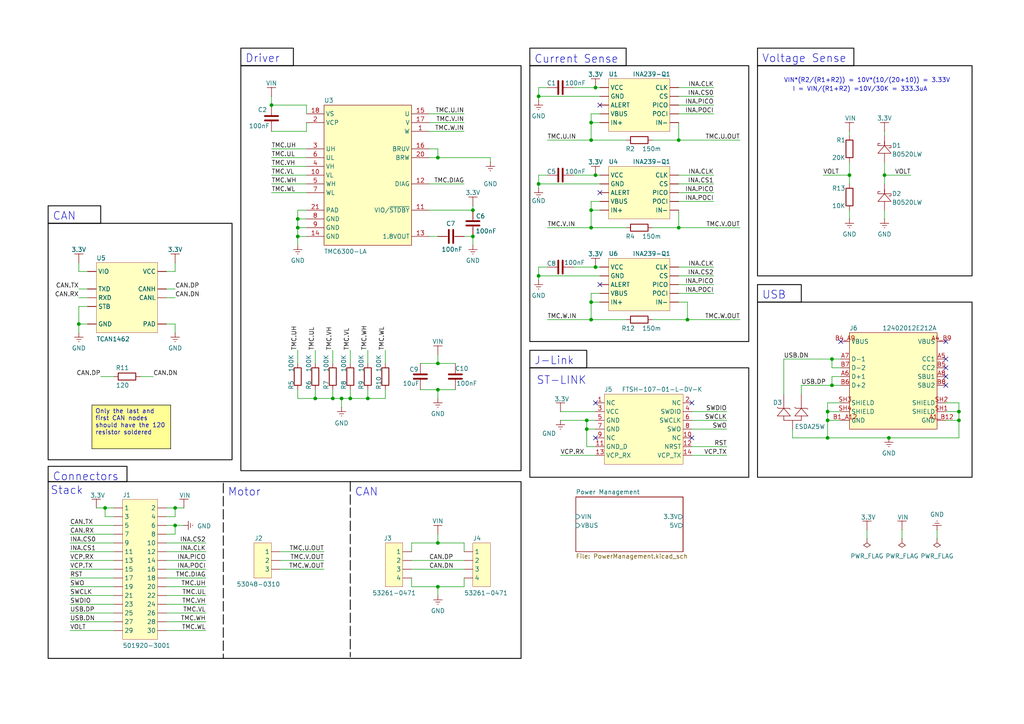
<source format=kicad_sch>
(kicad_sch (version 20250114) (generator "eeschema") (generator_version "9.0")
  (paper "A4")
  (title_block (date "2025-05-06") (rev "v3"))
  (lib_symbols
    (symbol "BrenoCQ:C" (pin_numbers (hide yes)) (pin_names (hide yes))
      (property "Reference" "C?" (at -2.54 2.54 0))
      (property "Value" "C" (at 2.54 2.54 0))
      (symbol "C_1_1"
        (pin passive line (at -3.81 0 0) (length 2.54) (name "1") (number "1"))
        (pin passive line (at 3.81 0 180) (length 2.54) (name "2") (number "2"))
      )
    )
    (symbol "BrenoCQ:D_Schottky_B0520LW" (pin_numbers (hide yes)) (pin_names (hide yes))
      (property "Reference" "D?" (at -2.54 3.81 0))
      (symbol "D_Schottky_B0520LW_1_0"
        (pin passive line (at 0 3.81 270) (length 2.54) (name "2") (number "2"))
        (pin passive line (at 0 -3.81 90) (length 2.54) (name "1") (number "1"))
      )
    )
    (symbol "BrenoCQ:ESDA25W" (pin_numbers (hide yes)) (pin_names (hide yes))
      (property "Reference" "U?" (at -5.08 5.08 0))
      (symbol "ESDA25W_1_0"
        (pin passive line (at -2.54 7.62 270) (length 2.54) (name "1") (number "1"))
        (pin passive line (at 0 -2.54 90) (length 2.54) (name "3") (number "3"))
        (pin passive line (at 2.54 7.62 270) (length 2.54) (name "2") (number "2"))
      )
    )
    (symbol "BrenoCQ:GND" (power) (pin_numbers (hide yes)) (pin_names (offset 0) (hide yes))
      (property "Value" "GND" (at 0 -3.81 0))
      (symbol "GND_1_1"
        (pin power_in line (at 0 0 270) (length 0) (name "~") (number "1"))
      )
    )
    (symbol "BrenoCQ:INA239-Q1" (pin_numbers (hide yes))
      (property "Reference" "U?" (at -7.62 8.89 0))
      (symbol "INA239-Q1_1_0"
        (pin passive line (at -11.43 5.08 0) (length 2.54) (name "VCC") (number "6"))
        (pin passive line (at -11.43 2.54 0) (length 2.54) (name "GND") (number "7"))
        (pin passive line (at -11.43 0 0) (length 2.54) (name "ALERT") (number "3"))
        (pin passive line (at -11.43 -2.54 0) (length 2.54) (name "VBUS") (number "8"))
        (pin passive line (at -11.43 -5.08 0) (length 2.54) (name "IN+") (number "10"))
        (pin passive line (at 11.43 5.08 180) (length 2.54) (name "CLK") (number "5"))
        (pin passive line (at 11.43 2.54 180) (length 2.54) (name "CS") (number "1"))
        (pin passive line (at 11.43 0 180) (length 2.54) (name "PICO") (number "2"))
        (pin passive line (at 11.43 -2.54 180) (length 2.54) (name "POCI") (number "4"))
        (pin passive line (at 11.43 -5.08 180) (length 2.54) (name "IN-") (number "9"))
      )
    )
    (symbol "BrenoCQ:JLINK_14P_FTSH-107-01-L-DV-K-TR"
      (property "Reference" "J?" (at -3.175 8.89 0))
      (symbol "JLINK_14P_FTSH-107-01-L-DV-K-TR_1_0"
        (pin passive line (at -7.62 5.08 0) (length 2.54) (name "NC") (number "1"))
        (pin passive line (at -7.62 2.54 0) (length 2.54) (name "VCC") (number "3"))
        (pin passive line (at -7.62 0 0) (length 2.54) (name "GND") (number "5"))
        (pin passive line (at -7.62 -2.54 0) (length 2.54) (name "GND") (number "7"))
        (pin passive line (at -7.62 -5.08 0) (length 2.54) (name "NC") (number "9"))
        (pin passive line (at -7.62 -7.62 0) (length 2.54) (name "GND_D") (number "11"))
        (pin passive line (at -7.62 -10.16 0) (length 2.54) (name "VCP_RX") (number "13"))
        (pin passive line (at 20.32 5.08 180) (length 2.54) (name "NC") (number "2"))
        (pin passive line (at 20.32 2.54 180) (length 2.54) (name "SWDIO") (number "4"))
        (pin passive line (at 20.32 0 180) (length 2.54) (name "SWCLK") (number "6"))
        (pin passive line (at 20.32 -2.54 180) (length 2.54) (name "SWO") (number "8"))
        (pin passive line (at 20.32 -5.08 180) (length 2.54) (name "NC") (number "10"))
        (pin passive line (at 20.32 -7.62 180) (length 2.54) (name "NRST") (number "12"))
        (pin passive line (at 20.32 -10.16 180) (length 2.54) (name "VCP_TX") (number "14"))
      )
    )
    (symbol "BrenoCQ:Molex_05MM-30P" (pin_numbers (hide yes))
      (property "Reference" "J?" (at -3.81 13.97 0))
      (symbol "Molex_05MM-30P_1_0"
        (pin passive line (at -7.62 10.16 0) (length 2.54) (name "1") (number "1"))
        (pin passive line (at -7.62 7.62 0) (length 2.54) (name "3") (number "3"))
        (pin passive line (at -7.62 5.08 0) (length 2.54) (name "5") (number "5"))
        (pin passive line (at -7.62 2.54 0) (length 2.54) (name "7") (number "7"))
        (pin passive line (at -7.62 0 0) (length 2.54) (name "9") (number "9"))
        (pin passive line (at -7.62 -2.54 0) (length 2.54) (name "11") (number "11"))
        (pin passive line (at -7.62 -5.08 0) (length 2.54) (name "13") (number "13"))
        (pin passive line (at -7.62 -7.62 0) (length 2.54) (name "15") (number "15"))
        (pin passive line (at -7.62 -10.16 0) (length 2.54) (name "17") (number "17"))
        (pin passive line (at -7.62 -12.7 0) (length 2.54) (name "19") (number "19"))
        (pin passive line (at -7.62 -15.24 0) (length 2.54) (name "21") (number "21"))
        (pin passive line (at -7.62 -17.78 0) (length 2.54) (name "23") (number "23"))
        (pin passive line (at -7.62 -20.32 0) (length 2.54) (name "25") (number "25"))
        (pin passive line (at -7.62 -22.86 0) (length 2.54) (name "27") (number "27"))
        (pin passive line (at -7.62 -25.4 0) (length 2.54) (name "29") (number "29"))
        (pin passive line (at 7.62 10.16 180) (length 2.54) (name "2") (number "2"))
        (pin passive line (at 7.62 7.62 180) (length 2.54) (name "4") (number "4"))
        (pin passive line (at 7.62 5.08 180) (length 2.54) (name "6") (number "6"))
        (pin passive line (at 7.62 2.54 180) (length 2.54) (name "8") (number "8"))
        (pin passive line (at 7.62 0 180) (length 2.54) (name "10") (number "10"))
        (pin passive line (at 7.62 -2.54 180) (length 2.54) (name "12") (number "12"))
        (pin passive line (at 7.62 -5.08 180) (length 2.54) (name "14") (number "14"))
        (pin passive line (at 7.62 -7.62 180) (length 2.54) (name "16") (number "16"))
        (pin passive line (at 7.62 -10.16 180) (length 2.54) (name "18") (number "18"))
        (pin passive line (at 7.62 -12.7 180) (length 2.54) (name "20") (number "20"))
        (pin passive line (at 7.62 -15.24 180) (length 2.54) (name "22") (number "22"))
        (pin passive line (at 7.62 -17.78 180) (length 2.54) (name "24") (number "24"))
        (pin passive line (at 7.62 -20.32 180) (length 2.54) (name "26") (number "26"))
        (pin passive line (at 7.62 -22.86 180) (length 2.54) (name "28") (number "28"))
        (pin passive line (at 7.62 -25.4 180) (length 2.54) (name "30") (number "30"))
      )
    )
    (symbol "BrenoCQ:Molex_125MM-3P-H" (pin_numbers (hide yes))
      (property "Reference" "J?" (at -1.27 6.35 0))
      (symbol "Molex_125MM-3P-H_1_0"
        (pin passive line (at -5.08 2.54 0) (length 2.54) (name "1") (number "1"))
        (pin passive line (at -5.08 0 0) (length 2.54) (name "2") (number "2"))
        (pin passive line (at -5.08 -2.54 0) (length 2.54) (name "3") (number "3"))
      )
    )
    (symbol "BrenoCQ:Molex_125MM-4P-H-SMD" (pin_numbers (hide yes))
      (property "Reference" "J?" (at -3.81 6.35 0))
      (symbol "Molex_125MM-4P-H-SMD_1_0"
        (pin passive line (at -7.62 2.54 0) (length 2.54) (name "1") (number "1"))
        (pin passive line (at -7.62 0 0) (length 2.54) (name "2") (number "2"))
        (pin passive line (at -7.62 -2.54 0) (length 2.54) (name "3") (number "3"))
        (pin passive line (at -7.62 -5.08 0) (length 2.54) (name "4") (number "4"))
        (pin no_connect line (at 7.62 0 180) (length 2.54) (hide yes) (name "MP1") (number "MP1"))
        (pin no_connect line (at 7.62 -2.54 180) (length 2.54) (hide yes) (name "MP2") (number "MP2"))
      )
    )
    (symbol "BrenoCQ:TCAN1462" (pin_numbers (hide yes))
      (property "Reference" "U?" (at -6.35 11.43 0))
      (symbol "TCAN1462_1_0"
        (pin passive line (at -10.16 7.62 0) (length 2.54) (name "VIO") (number "5"))
        (pin passive line (at -10.16 2.54 0) (length 2.54) (name "TXD") (number "1"))
        (pin passive line (at -10.16 0 0) (length 2.54) (name "RXD") (number "4"))
        (pin passive line (at -10.16 -2.54 0) (length 2.54) (name "STB") (number "8"))
        (pin passive line (at -10.16 -7.62 0) (length 2.54) (name "GND") (number "2"))
        (pin passive line (at 12.7 7.62 180) (length 2.54) (name "VCC") (number "3"))
        (pin passive line (at 12.7 2.54 180) (length 2.54) (name "CANH") (number "7"))
        (pin passive line (at 12.7 0 180) (length 2.54) (name "CANL") (number "6"))
        (pin passive line (at 12.7 -7.62 180) (length 2.54) (name "PAD") (number "PAD"))
      )
    )
    (symbol "BrenoCQ:TMC6300-LA"
      (property "Reference" "U?" (at -11.43 19.05 0))
      (symbol "TMC6300-LA_1_0"
        (pin passive line (at -17.78 15.24 0) (length 5.08) (name "VS") (number "18"))
        (pin passive line (at -17.78 12.7 0) (length 5.08) (name "VCP") (number "2"))
        (pin passive line (at -17.78 5.08 0) (length 5.08) (name "UH") (number "3"))
        (pin passive line (at -17.78 2.54 0) (length 5.08) (name "UL") (number "6"))
        (pin passive line (at -17.78 0 0) (length 5.08) (name "VH") (number "4"))
        (pin passive line (at -17.78 -2.54 0) (length 5.08) (name "VL") (number "10"))
        (pin passive line (at -17.78 -5.08 0) (length 5.08) (name "WH") (number "5"))
        (pin passive line (at -17.78 -7.62 0) (length 5.08) (name "WL") (number "7"))
        (pin passive line (at -17.78 -12.7 0) (length 5.08) (name "PAD") (number "21"))
        (pin passive line (at -17.78 -15.24 0) (length 5.08) (name "GND") (number "8"))
        (pin passive line (at -17.78 -17.78 0) (length 5.08) (name "GND") (number "9"))
        (pin passive line (at -17.78 -20.32 0) (length 5.08) (name "GND") (number "14"))
        (pin passive line (at 17.78 15.24 180) (length 5.08) (name "U") (number "15"))
        (pin passive line (at 17.78 12.7 180) (length 5.08) (name "V") (number "17"))
        (pin passive line (at 17.78 10.16 180) (length 5.08) (name "W") (number "1"))
        (pin passive line (at 17.78 5.08 180) (length 5.08) (name "BRUV") (number "16"))
        (pin passive line (at 17.78 2.54 180) (length 5.08) (name "BRW") (number "20"))
        (pin passive line (at 17.78 -5.08 180) (length 5.08) (name "DIAG") (number "12"))
        (pin passive line (at 17.78 -12.7 180) (length 5.08) (name "VIO/~{STDBY}") (number "11"))
        (pin no_connect line (at 17.78 -17.78 180) (length 5.08) (hide yes) (name "-") (number "19"))
        (pin passive line (at 17.78 -20.32 180) (length 5.08) (name "1.8VOUT") (number "13"))
      )
    )
    (symbol "BrenoCQ:USB_12402012E212A"
      (property "Reference" "U?" (at -11.43 13.97 0))
      (symbol "USB_12402012E212A_1_0"
        (pin power_in line (at -15.24 10.16 0) (length 2.54) (name "VBUS") (number "B4_A9"))
        (pin bidirectional line (at -15.24 5.08 0) (length 2.54) (name "D-1") (number "A7"))
        (pin bidirectional line (at -15.24 2.54 0) (length 2.54) (name "D-2") (number "B7"))
        (pin bidirectional line (at -15.24 0 0) (length 2.54) (name "D+1") (number "A6"))
        (pin bidirectional line (at -15.24 -2.54 0) (length 2.54) (name "D+2") (number "B6"))
        (pin passive line (at -15.24 -7.62 0) (length 2.54) (name "SHIELD") (number "SH3"))
        (pin passive line (at -15.24 -10.16 0) (length 2.54) (name "SHIELD") (number "SH4"))
        (pin power_in line (at -15.24 -12.7 0) (length 2.54) (name "GND") (number "B1_A12"))
        (pin power_in line (at 15.24 10.16 180) (length 2.54) (name "VBUS") (number "A4_B9"))
        (pin bidirectional line (at 15.24 5.08 180) (length 2.54) (name "CC1") (number "A5"))
        (pin bidirectional line (at 15.24 2.54 180) (length 2.54) (name "CC2") (number "B5"))
        (pin bidirectional line (at 15.24 0 180) (length 2.54) (name "SBU1") (number "A8"))
        (pin bidirectional line (at 15.24 -2.54 180) (length 2.54) (name "SBU2") (number "B8"))
        (pin passive line (at 15.24 -7.62 180) (length 2.54) (name "SHIELD") (number "SH2"))
        (pin passive line (at 15.24 -10.16 180) (length 2.54) (name "SHIELD") (number "SH1"))
        (pin power_in line (at 15.24 -12.7 180) (length 2.54) (name "GND") (number "A1_B12"))
      )
    )
    (symbol "BrenoCQ:VDD" (power) (pin_numbers (hide yes)) (pin_names (offset 0) (hide yes))
      (property "Value" "VDD" (at 0 3.556 0))
      (symbol "VDD_1_1"
        (pin power_in line (at 0 0 90) (length 0) (name "~") (number "1"))
      )
    )
    (symbol "Device:R" (pin_numbers (hide yes)) (pin_names (offset 0))
      (property "Reference" "R" (at 2.032 0 90))
      (property "Value" "R" (at 0 0 90))
      (symbol "R_1_1"
        (pin passive line (at 0 3.81 270) (length 1.27) (name "~") (number "1"))
        (pin passive line (at 0 -3.81 90) (length 1.27) (name "~") (number "2"))
      )
    )
    (symbol "power:PWR_FLAG" (power) (pin_numbers (hide yes)) (pin_names (offset 0) (hide yes))
      (property "Value" "PWR_FLAG" (at 0 3.81 0))
      (symbol "PWR_FLAG_0_0"
        (pin power_out line (at 0 0 90) (length 0) (name "~") (number "1"))
      )
    )
  )
  (rectangle (start 69.85 13.97) (end 85.09 19.05) (stroke (width 0.254) (color 0 0 0 1)))
  (rectangle (start 69.85 19.05) (end 151.13 136.525) (stroke (width 0.254) (color 0 0 0 1)))
  (rectangle (start 153.67 101.6) (end 170.18 106.68) (stroke (width 0.254) (color 0 0 0 1)))
  (rectangle (start 232.41 82.55) (end 219.71 87.63) (stroke (width 0.254) (color 0 0 0 1)))
  (rectangle (start 29.21 59.69) (end 13.97 64.77) (stroke (width 0.254) (color 0 0 0 1)))
  (rectangle (start 153.67 106.68) (end 217.17 138.43) (stroke (width 0.254) (color 0 0 0 1)))
  (rectangle (start 219.71 19.05) (end 281.94 80.01) (stroke (width 0.254) (color 0 0 0 1)))
  (rectangle (start 13.97 135.255) (end 36.83 139.7) (stroke (width 0.254) (color 0 0 0 1)))
  (rectangle (start 13.97 139.7) (end 151.13 190.9572) (stroke (width 0.254) (color 0 0 0 1)))
  (rectangle (start 219.71 13.97) (end 247.65 19.05) (stroke (width 0.254) (color 0 0 0 1)))
  (rectangle (start 219.71 87.63) (end 281.94 138.43) (stroke (width 0.254) (color 0 0 0 1)))
  (rectangle (start 153.67 13.97) (end 181.61 19.05) (stroke (width 0.254) (color 0 0 0 1)))
  (rectangle (start 67.31 64.77) (end 13.97 133.35) (stroke (width 0.254) (color 0 0 0 1)))
  (rectangle (start 153.67 19.05) (end 217.17 99.06) (stroke (width 0.254) (color 0 0 0 1)))
  (text "J-Link" (at 154.94 106.045 0) (effects (font (size 2.286 2.286)) (justify left bottom)))
  (text "I = VIN/(R1+R2) =10V/30K = 333.3uA" (at 229.87 26.67 0) (effects (font (size 1.27 1.27)) (justify left bottom)))
  (text "Driver" (at 71.12 18.415 0) (effects (font (size 2.286 2.286)) (justify left bottom)))
  (text "Stack" (at 14.605 143.6878 0) (effects (font (size 2.286 2.286)) (justify left bottom)))
  (text "CAN" (at 15.24 64.135 0) (effects (font (size 2.286 2.286)) (justify left bottom)))
  (text "ST-LINK" (at 155.575 111.76 0) (effects (font (size 2.286 2.286)) (justify left bottom)))
  (text "VIN*(R2/(R1+R2)) = 10V*(10/(20+10)) = 3.33V" (at 227.33 24.13 0) (effects (font (size 1.27 1.27)) (justify left bottom)))
  (text "Motor" (at 66.04 144.145 0) (effects (font (size 2.286 2.286)) (justify left bottom)))
  (text "CAN" (at 102.87 144.145 0) (effects (font (size 2.286 2.286)) (justify left bottom)))
  (text "Voltage Sense" (at 220.98 18.415 0) (effects (font (size 2.286 2.286)) (justify left bottom)))
  (text "USB" (at 220.98 86.995 0) (effects (font (size 2.286 2.286)) (justify left bottom)))
  (text "Connectors" (at 15.24 139.7 0) (effects (font (size 2.286 2.286)) (justify left bottom)))
  (text "Current Sense" (at 154.94 18.5928 0) (effects (font (size 2.286 2.286)) (justify left bottom)))
  (text_box "Only the last and first CAN nodes should have the 120 resistor soldered" (at 26.67 117.475 0) (size 22.86 12.7) (margins 0.9525 0.9525 0.9525 0.9525) (stroke (width 0) (color 0 0 0 1)) (fill (type color) (color 255 255 150 1)) (effects (font (size 1.27 1.27)) (justify left top)))
  (junction (at 170.18 121.92))
  (junction (at 127 157.48))
  (junction (at 241.3 111.76))
  (junction (at 137.16 68.58))
  (junction (at 170.18 124.46))
  (junction (at 22.86 93.98))
  (junction (at 257.81 127))
  (junction (at 171.45 35.56))
  (junction (at 172.72 25.4))
  (junction (at 171.45 40.64))
  (junction (at 50.8 147.32))
  (junction (at 86.36 68.58))
  (junction (at 246.38 50.8))
  (junction (at 172.72 77.47))
  (junction (at 91.44 115.57))
  (junction (at 196.85 40.64))
  (junction (at 99.06 115.57))
  (junction (at 106.68 115.57))
  (junction (at 127 105.41))
  (junction (at 96.52 115.57))
  (junction (at 127 113.03))
  (junction (at 171.45 66.04))
  (junction (at 278.13 119.38))
  (junction (at 156.21 53.34))
  (junction (at 101.6 115.57))
  (junction (at 156.21 27.94))
  (junction (at 137.16 60.96))
  (junction (at 256.54 50.8))
  (junction (at 171.45 87.63))
  (junction (at 171.45 92.71))
  (junction (at 196.85 66.04))
  (junction (at 30.48 147.32))
  (junction (at 240.03 121.92))
  (junction (at 241.3 104.14))
  (junction (at 86.36 66.04))
  (junction (at 127 170.18))
  (junction (at 172.72 50.8))
  (junction (at 240.03 119.38))
  (junction (at 127 45.72))
  (junction (at 78.74 30.48))
  (junction (at 171.45 60.96))
  (junction (at 278.13 121.92))
  (junction (at 50.8 152.4))
  (junction (at 86.36 63.5))
  (junction (at 240.03 127))
  (junction (at 199.39 92.71))
  (junction (at 156.21 80.01))
  (no_connect (at 172.72 127))
  (no_connect (at 274.32 99.06))
  (no_connect (at 173.99 82.55))
  (no_connect (at 243.84 99.06))
  (no_connect (at 274.32 111.76))
  (no_connect (at 172.72 116.84))
  (no_connect (at 173.99 30.48))
  (no_connect (at 173.99 55.88))
  (no_connect (at 274.32 104.14))
  (no_connect (at 274.32 106.68))
  (no_connect (at 200.66 116.84))
  (no_connect (at 274.32 109.22))
  (no_connect (at 200.66 127))
  (wire (pts (xy 127 157.48) (xy 134.62 157.48)))
  (wire (pts (xy 240.03 121.92) (xy 240.03 119.38)))
  (wire (pts (xy 173.99 50.8) (xy 172.72 50.8)))
  (wire (pts (xy 91.44 105.41) (xy 91.44 101.6)))
  (wire (pts (xy 189.23 66.04) (xy 196.85 66.04)))
  (wire (pts (xy 162.56 119.38) (xy 172.72 119.38)))
  (wire (pts (xy 25.4 83.82) (xy 22.86 83.82)))
  (wire (pts (xy 106.68 113.03) (xy 106.68 115.57)))
  (wire (pts (xy 189.23 40.64) (xy 196.85 40.64)))
  (wire (pts (xy 59.69 157.48) (xy 48.26 157.48)))
  (wire (pts (xy 124.46 60.96) (xy 137.16 60.96)))
  (wire (pts (xy 25.4 88.9) (xy 22.86 88.9)))
  (wire (pts (xy 158.75 66.04) (xy 171.45 66.04)))
  (wire (pts (xy 99.06 115.57) (xy 99.06 118.11)))
  (wire (pts (xy 171.45 87.63) (xy 171.45 85.09)))
  (wire (pts (xy 229.87 124.46) (xy 229.87 127)))
  (polyline (pts (xy 64.77 140.1572) (xy 64.77 190.9572)) (stroke (width 0.254) (type dash) (color 0 0 0 1)))
  (wire (pts (xy 156.21 29.21) (xy 156.21 27.94)))
  (wire (pts (xy 96.52 115.57) (xy 99.06 115.57)))
  (wire (pts (xy 232.41 114.3) (xy 232.41 111.76)))
  (wire (pts (xy 20.32 154.94) (xy 33.02 154.94)))
  (wire (pts (xy 137.16 71.12) (xy 137.16 68.58)))
  (wire (pts (xy 156.21 77.47) (xy 158.75 77.47)))
  (wire (pts (xy 59.69 182.88) (xy 48.26 182.88)))
  (wire (pts (xy 274.32 116.84) (xy 278.13 116.84)))
  (wire (pts (xy 30.48 147.32) (xy 33.02 147.32)))
  (wire (pts (xy 156.21 27.94) (xy 156.21 25.4)))
  (wire (pts (xy 20.32 167.64) (xy 33.02 167.64)))
  (wire (pts (xy 93.98 160.02) (xy 81.28 160.02)))
  (wire (pts (xy 246.38 60.96) (xy 246.38 63.5)))
  (wire (pts (xy 106.68 105.41) (xy 106.68 101.6)))
  (wire (pts (xy 48.26 165.1) (xy 59.69 165.1)))
  (wire (pts (xy 48.26 170.18) (xy 59.69 170.18)))
  (wire (pts (xy 88.9 35.56) (xy 88.9 38.1)))
  (wire (pts (xy 96.52 113.03) (xy 96.52 115.57)))
  (wire (pts (xy 86.36 68.58) (xy 88.9 68.58)))
  (wire (pts (xy 48.26 86.36) (xy 50.8 86.36)))
  (wire (pts (xy 127 115.57) (xy 127 113.03)))
  (wire (pts (xy 127 113.03) (xy 132.08 113.03)))
  (wire (pts (xy 232.41 111.76) (xy 241.3 111.76)))
  (wire (pts (xy 210.82 132.08) (xy 200.66 132.08)))
  (wire (pts (xy 171.45 35.56) (xy 173.99 35.56)))
  (wire (pts (xy 196.85 58.42) (xy 207.01 58.42)))
  (wire (pts (xy 86.36 60.96) (xy 86.36 63.5)))
  (wire (pts (xy 173.99 25.4) (xy 172.72 25.4)))
  (wire (pts (xy 196.85 53.34) (xy 207.01 53.34)))
  (wire (pts (xy 171.45 60.96) (xy 171.45 58.42)))
  (wire (pts (xy 78.74 27.94) (xy 78.74 30.48)))
  (wire (pts (xy 121.92 113.03) (xy 127 113.03)))
  (wire (pts (xy 127 45.72) (xy 142.24 45.72)))
  (wire (pts (xy 243.84 121.92) (xy 240.03 121.92)))
  (wire (pts (xy 127 170.18) (xy 127 172.72)))
  (wire (pts (xy 227.33 114.3) (xy 227.33 104.14)))
  (wire (pts (xy 59.69 160.02) (xy 48.26 160.02)))
  (wire (pts (xy 91.44 113.03) (xy 91.44 115.57)))
  (wire (pts (xy 199.39 92.71) (xy 214.63 92.71)))
  (wire (pts (xy 196.85 77.47) (xy 207.01 77.47)))
  (wire (pts (xy 196.85 27.94) (xy 207.01 27.94)))
  (wire (pts (xy 48.26 149.86) (xy 50.8 149.86)))
  (wire (pts (xy 106.68 115.57) (xy 111.76 115.57)))
  (wire (pts (xy 88.9 33.02) (xy 88.9 30.48)))
  (wire (pts (xy 196.85 87.63) (xy 199.39 87.63)))
  (wire (pts (xy 238.76 50.8) (xy 246.38 50.8)))
  (wire (pts (xy 30.48 147.32) (xy 30.48 149.86)))
  (wire (pts (xy 229.87 127) (xy 240.03 127)))
  (wire (pts (xy 271.78 153.67) (xy 271.78 156.21)))
  (wire (pts (xy 30.48 149.86) (xy 33.02 149.86)))
  (wire (pts (xy 256.54 46.99) (xy 256.54 50.8)))
  (wire (pts (xy 134.62 157.48) (xy 134.62 160.02)))
  (wire (pts (xy 20.32 152.4) (xy 33.02 152.4)))
  (wire (pts (xy 20.32 175.26) (xy 33.02 175.26)))
  (wire (pts (xy 137.16 59.69) (xy 137.16 60.96)))
  (wire (pts (xy 127 102.87) (xy 127 105.41)))
  (wire (pts (xy 119.38 160.02) (xy 119.38 157.48)))
  (wire (pts (xy 241.3 104.14) (xy 243.84 104.14)))
  (wire (pts (xy 196.85 25.4) (xy 207.01 25.4)))
  (wire (pts (xy 196.85 55.88) (xy 207.01 55.88)))
  (wire (pts (xy 256.54 39.37) (xy 256.54 38.1)))
  (wire (pts (xy 196.85 50.8) (xy 207.01 50.8)))
  (wire (pts (xy 256.54 50.8) (xy 256.54 53.34)))
  (wire (pts (xy 48.26 180.34) (xy 59.69 180.34)))
  (wire (pts (xy 156.21 53.34) (xy 156.21 50.8)))
  (wire (pts (xy 20.32 157.48) (xy 33.02 157.48)))
  (wire (pts (xy 20.32 170.18) (xy 33.02 170.18)))
  (wire (pts (xy 20.32 162.56) (xy 33.02 162.56)))
  (wire (pts (xy 210.82 129.54) (xy 200.66 129.54)))
  (wire (pts (xy 134.62 170.18) (xy 134.62 167.64)))
  (wire (pts (xy 246.38 50.8) (xy 246.38 53.34)))
  (wire (pts (xy 78.74 30.48) (xy 88.9 30.48)))
  (wire (pts (xy 86.36 113.03) (xy 86.36 115.57)))
  (wire (pts (xy 156.21 27.94) (xy 173.99 27.94)))
  (wire (pts (xy 119.38 162.56) (xy 134.62 162.56)))
  (wire (pts (xy 101.6 113.03) (xy 101.6 115.57)))
  (wire (pts (xy 101.6 115.57) (xy 106.68 115.57)))
  (wire (pts (xy 156.21 54.61) (xy 156.21 53.34)))
  (wire (pts (xy 134.62 38.1) (xy 124.46 38.1)))
  (wire (pts (xy 156.21 80.01) (xy 156.21 77.47)))
  (wire (pts (xy 170.18 124.46) (xy 172.72 124.46)))
  (wire (pts (xy 86.36 66.04) (xy 86.36 68.58)))
  (wire (pts (xy 119.38 170.18) (xy 127 170.18)))
  (wire (pts (xy 127 43.18) (xy 127 45.72)))
  (wire (pts (xy 256.54 50.8) (xy 264.16 50.8)))
  (wire (pts (xy 48.26 154.94) (xy 50.8 154.94)))
  (wire (pts (xy 196.85 35.56) (xy 196.85 40.64)))
  (wire (pts (xy 59.69 177.8) (xy 48.26 177.8)))
  (wire (pts (xy 20.32 180.34) (xy 33.02 180.34)))
  (wire (pts (xy 50.8 152.4) (xy 53.34 152.4)))
  (wire (pts (xy 20.32 182.88) (xy 33.02 182.88)))
  (wire (pts (xy 22.86 93.98) (xy 22.86 96.52)))
  (wire (pts (xy 243.84 106.68) (xy 241.3 106.68)))
  (wire (pts (xy 171.45 87.63) (xy 173.99 87.63)))
  (wire (pts (xy 170.18 129.54) (xy 172.72 129.54)))
  (wire (pts (xy 251.46 153.67) (xy 251.46 156.21)))
  (wire (pts (xy 170.18 121.92) (xy 172.72 121.92)))
  (wire (pts (xy 134.62 53.34) (xy 124.46 53.34)))
  (wire (pts (xy 101.6 105.41) (xy 101.6 101.6)))
  (wire (pts (xy 261.62 153.67) (xy 261.62 156.21)))
  (wire (pts (xy 22.86 78.74) (xy 22.86 76.2)))
  (wire (pts (xy 241.3 109.22) (xy 241.3 111.76)))
  (wire (pts (xy 278.13 121.92) (xy 278.13 127)))
  (wire (pts (xy 171.45 60.96) (xy 173.99 60.96)))
  (wire (pts (xy 246.38 38.1) (xy 246.38 39.37)))
  (wire (pts (xy 124.46 45.72) (xy 127 45.72)))
  (wire (pts (xy 134.62 33.02) (xy 124.46 33.02)))
  (wire (pts (xy 127 154.94) (xy 127 157.48)))
  (wire (pts (xy 170.18 124.46) (xy 170.18 129.54)))
  (wire (pts (xy 171.45 92.71) (xy 158.75 92.71)))
  (wire (pts (xy 240.03 119.38) (xy 240.03 116.84)))
  (wire (pts (xy 27.94 147.32) (xy 30.48 147.32)))
  (wire (pts (xy 173.99 77.47) (xy 172.72 77.47)))
  (wire (pts (xy 173.99 53.34) (xy 156.21 53.34)))
  (wire (pts (xy 48.26 83.82) (xy 50.8 83.82)))
  (wire (pts (xy 196.85 85.09) (xy 207.01 85.09)))
  (wire (pts (xy 119.38 165.1) (xy 134.62 165.1)))
  (wire (pts (xy 88.9 50.8) (xy 78.74 50.8)))
  (wire (pts (xy 257.81 127) (xy 278.13 127)))
  (wire (pts (xy 134.62 35.56) (xy 124.46 35.56)))
  (wire (pts (xy 189.23 92.71) (xy 199.39 92.71)))
  (wire (pts (xy 91.44 115.57) (xy 96.52 115.57)))
  (wire (pts (xy 48.26 78.74) (xy 50.8 78.74)))
  (wire (pts (xy 274.32 121.92) (xy 278.13 121.92)))
  (wire (pts (xy 50.8 93.98) (xy 50.8 96.52)))
  (wire (pts (xy 196.85 33.02) (xy 207.01 33.02)))
  (wire (pts (xy 166.37 50.8) (xy 172.72 50.8)))
  (wire (pts (xy 246.38 46.99) (xy 246.38 50.8)))
  (wire (pts (xy 166.37 77.47) (xy 172.72 77.47)))
  (wire (pts (xy 29.21 109.22) (xy 33.02 109.22)))
  (wire (pts (xy 196.85 40.64) (xy 214.63 40.64)))
  (wire (pts (xy 99.06 115.57) (xy 101.6 115.57)))
  (wire (pts (xy 48.26 93.98) (xy 50.8 93.98)))
  (wire (pts (xy 48.26 175.26) (xy 59.69 175.26)))
  (wire (pts (xy 274.32 119.38) (xy 278.13 119.38)))
  (wire (pts (xy 171.45 66.04) (xy 181.61 66.04)))
  (wire (pts (xy 173.99 80.01) (xy 156.21 80.01)))
  (wire (pts (xy 162.56 132.08) (xy 172.72 132.08)))
  (wire (pts (xy 50.8 147.32) (xy 48.26 147.32)))
  (wire (pts (xy 93.98 162.56) (xy 81.28 162.56)))
  (wire (pts (xy 196.85 66.04) (xy 214.63 66.04)))
  (wire (pts (xy 171.45 87.63) (xy 171.45 92.71)))
  (wire (pts (xy 20.32 165.1) (xy 33.02 165.1)))
  (wire (pts (xy 119.38 167.64) (xy 119.38 170.18)))
  (wire (pts (xy 127 105.41) (xy 132.08 105.41)))
  (wire (pts (xy 50.8 154.94) (xy 50.8 152.4)))
  (wire (pts (xy 22.86 88.9) (xy 22.86 93.98)))
  (wire (pts (xy 156.21 50.8) (xy 158.75 50.8)))
  (wire (pts (xy 240.03 127) (xy 257.81 127)))
  (wire (pts (xy 171.45 60.96) (xy 171.45 66.04)))
  (wire (pts (xy 111.76 105.41) (xy 111.76 101.6)))
  (wire (pts (xy 240.03 127) (xy 240.03 121.92)))
  (polyline (pts (xy 101.6 139.7) (xy 101.6 190.5)) (stroke (width 0.254) (type dash) (color 0 0 0 1)))
  (wire (pts (xy 156.21 81.28) (xy 156.21 80.01)))
  (wire (pts (xy 196.85 82.55) (xy 207.01 82.55)))
  (wire (pts (xy 200.66 119.38) (xy 210.82 119.38)))
  (wire (pts (xy 86.36 105.41) (xy 86.36 101.6)))
  (wire (pts (xy 196.85 60.96) (xy 196.85 66.04)))
  (wire (pts (xy 171.45 92.71) (xy 181.61 92.71)))
  (wire (pts (xy 124.46 43.18) (xy 127 43.18)))
  (wire (pts (xy 25.4 78.74) (xy 22.86 78.74)))
  (wire (pts (xy 243.84 109.22) (xy 241.3 109.22)))
  (wire (pts (xy 88.9 53.34) (xy 78.74 53.34)))
  (wire (pts (xy 170.18 121.92) (xy 170.18 124.46)))
  (wire (pts (xy 86.36 68.58) (xy 86.36 71.12)))
  (wire (pts (xy 170.18 121.92) (xy 162.56 121.92)))
  (wire (pts (xy 59.69 162.56) (xy 48.26 162.56)))
  (wire (pts (xy 88.9 38.1) (xy 78.74 38.1)))
  (wire (pts (xy 20.32 160.02) (xy 33.02 160.02)))
  (wire (pts (xy 86.36 115.57) (xy 91.44 115.57)))
  (wire (pts (xy 171.45 40.64) (xy 181.61 40.64)))
  (wire (pts (xy 278.13 116.84) (xy 278.13 119.38)))
  (wire (pts (xy 171.45 85.09) (xy 173.99 85.09)))
  (wire (pts (xy 158.75 40.64) (xy 171.45 40.64)))
  (wire (pts (xy 88.9 43.18) (xy 78.74 43.18)))
  (wire (pts (xy 196.85 80.01) (xy 207.01 80.01)))
  (wire (pts (xy 50.8 78.74) (xy 50.8 76.2)))
  (wire (pts (xy 156.21 25.4) (xy 158.75 25.4)))
  (wire (pts (xy 88.9 48.26) (xy 78.74 48.26)))
  (wire (pts (xy 88.9 45.72) (xy 78.74 45.72)))
  (wire (pts (xy 241.3 111.76) (xy 243.84 111.76)))
  (wire (pts (xy 22.86 93.98) (xy 25.4 93.98)))
  (wire (pts (xy 171.45 33.02) (xy 173.99 33.02)))
  (wire (pts (xy 22.86 86.36) (xy 25.4 86.36)))
  (wire (pts (xy 20.32 172.72) (xy 33.02 172.72)))
  (wire (pts (xy 20.32 177.8) (xy 33.02 177.8)))
  (wire (pts (xy 48.26 152.4) (xy 50.8 152.4)))
  (wire (pts (xy 48.26 167.64) (xy 59.69 167.64)))
  (wire (pts (xy 59.69 172.72) (xy 48.26 172.72)))
  (wire (pts (xy 50.8 149.86) (xy 50.8 147.32)))
  (wire (pts (xy 88.9 60.96) (xy 86.36 60.96)))
  (wire (pts (xy 210.82 121.92) (xy 200.66 121.92)))
  (wire (pts (xy 171.45 35.56) (xy 171.45 40.64)))
  (wire (pts (xy 241.3 106.68) (xy 241.3 104.14)))
  (wire (pts (xy 111.76 115.57) (xy 111.76 113.03)))
  (wire (pts (xy 256.54 60.96) (xy 256.54 63.5)))
  (wire (pts (xy 40.64 109.22) (xy 44.45 109.22)))
  (wire (pts (xy 243.84 119.38) (xy 240.03 119.38)))
  (wire (pts (xy 166.37 25.4) (xy 172.72 25.4)))
  (wire (pts (xy 142.24 45.72) (xy 142.24 46.99)))
  (wire (pts (xy 50.8 147.32) (xy 53.34 147.32)))
  (wire (pts (xy 88.9 66.04) (xy 86.36 66.04)))
  (wire (pts (xy 96.52 105.41) (xy 96.52 101.6)))
  (wire (pts (xy 86.36 63.5) (xy 86.36 66.04)))
  (wire (pts (xy 200.66 124.46) (xy 210.82 124.46)))
  (wire (pts (xy 278.13 119.38) (xy 278.13 121.92)))
  (wire (pts (xy 199.39 87.63) (xy 199.39 92.71)))
  (wire (pts (xy 124.46 68.58) (xy 127 68.58)))
  (wire (pts (xy 240.03 116.84) (xy 243.84 116.84)))
  (wire (pts (xy 134.62 68.58) (xy 137.16 68.58)))
  (wire (pts (xy 93.98 165.1) (xy 81.28 165.1)))
  (wire (pts (xy 227.33 104.14) (xy 241.3 104.14)))
  (wire (pts (xy 196.85 30.48) (xy 207.01 30.48)))
  (wire (pts (xy 127 170.18) (xy 134.62 170.18)))
  (wire (pts (xy 121.92 105.41) (xy 127 105.41)))
  (wire (pts (xy 86.36 63.5) (xy 88.9 63.5)))
  (wire (pts (xy 119.38 157.48) (xy 127 157.48)))
  (wire (pts (xy 171.45 58.42) (xy 173.99 58.42)))
  (wire (pts (xy 88.9 55.88) (xy 78.74 55.88)))
  (wire (pts (xy 171.45 35.56) (xy 171.45 33.02)))
  (label "INA.CS0" (at 207.01 27.94 180))
  (label "TMC.UL" (at 78.74 45.72 0))
  (label "VCP.RX" (at 162.56 132.08 0))
  (label "RST" (at 20.32 167.64 0))
  (label "TMC.VL" (at 78.74 50.8 0))
  (label "SWO" (at 210.82 124.46 180))
  (label "TMC.V.OUT" (at 214.63 66.04 180))
  (label "USB.DN" (at 20.32 180.34 0))
  (label "TMC.WL" (at 78.74 55.88 0))
  (label "RST" (at 210.82 129.54 180))
  (label "VCP.TX" (at 210.82 132.08 180))
  (label "TMC.WH" (at 78.74 53.34 0))
  (label "INA.CLK" (at 207.01 77.47 180))
  (label "TMC.UL" (at 59.69 172.72 180))
  (label "CAN.DP" (at 124.46 162.56 0))
  (label "USB.DP" (at 232.41 111.76 0))
  (label "TMC.VH" (at 96.52 101.6 90))
  (label "TMC.UH" (at 86.36 101.6 90))
  (label "INA.CS1" (at 20.32 160.02 0))
  (label "TMC.U.OUT" (at 93.98 160.02 180))
  (label "VCP.TX" (at 20.32 165.1 0))
  (label "TMC.WH" (at 59.69 180.34 180))
  (label "TMC.WL" (at 59.69 182.88 180))
  (label "VOLT" (at 20.32 182.88 0))
  (label "INA.PICO" (at 59.69 162.56 180))
  (label "VOLT" (at 238.76 50.8 0))
  (label "INA.POCI" (at 207.01 85.09 180))
  (label "VOLT" (at 264.16 50.8 180))
  (label "CAN.TX" (at 20.32 152.4 0))
  (label "TMC.DIAG" (at 59.69 167.64 180))
  (label "SWCLK" (at 210.82 121.92 180))
  (label "TMC.U.IN" (at 158.75 40.64 0))
  (label "INA.CS0" (at 20.32 157.48 0))
  (label "USB.DN" (at 227.33 104.14 0))
  (label "TMC.W.IN" (at 134.62 38.1 180))
  (label "INA.POCI" (at 59.69 165.1 180))
  (label "TMC.WH" (at 106.68 101.6 90))
  (label "TMC.VL" (at 101.6 101.6 90))
  (label "CAN.DN" (at 50.8 86.36 0))
  (label "TMC.V.OUT" (at 93.98 162.56 180))
  (label "INA.CLK" (at 59.69 160.02 180))
  (label "TMC.UH" (at 78.74 43.18 0))
  (label "INA.PICO" (at 207.01 82.55 180))
  (label "SWDIO" (at 210.82 119.38 180))
  (label "TMC.V.IN" (at 134.62 35.56 180))
  (label "INA.CS1" (at 207.01 53.34 180))
  (label "TMC.W.IN" (at 158.75 92.71 0))
  (label "INA.CS2" (at 59.69 157.48 180))
  (label "VCP.RX" (at 20.32 162.56 0))
  (label "INA.CLK" (at 207.01 25.4 180))
  (label "INA.PICO" (at 207.01 55.88 180))
  (label "TMC.U.IN" (at 134.62 33.02 180))
  (label "TMC.W.OUT" (at 93.98 165.1 180))
  (label "TMC.VL" (at 59.69 177.8 180))
  (label "USB.DP" (at 20.32 177.8 0))
  (label "SWCLK" (at 20.32 172.72 0))
  (label "INA.PICO" (at 207.01 30.48 180))
  (label "TMC.VH" (at 78.74 48.26 0))
  (label "TMC.UH" (at 59.69 170.18 180))
  (label "SWO" (at 20.32 170.18 0))
  (label "TMC.UL" (at 91.44 101.6 90))
  (label "CAN.TX" (at 22.86 83.82 180))
  (label "INA.CLK" (at 207.01 50.8 180))
  (label "CAN.DP" (at 29.21 109.22 180))
  (label "TMC.VH" (at 59.69 175.26 180))
  (label "SWDIO" (at 20.32 175.26 0))
  (label "INA.CS2" (at 207.01 80.01 180))
  (label "CAN.DP" (at 50.8 83.82 0))
  (label "CAN.DN" (at 124.46 165.1 0))
  (label "CAN.DN" (at 44.45 109.22 0))
  (label "CAN.RX" (at 22.86 86.36 180))
  (label "TMC.DIAG" (at 134.62 53.34 180))
  (label "TMC.V.IN" (at 158.75 66.04 0))
  (label "CAN.RX" (at 20.32 154.94 0))
  (label "INA.POCI" (at 207.01 58.42 180))
  (label "TMC.W.OUT" (at 214.63 92.71 180))
  (label "INA.POCI" (at 207.01 33.02 180))
  (label "TMC.WL" (at 111.76 101.6 90))
  (label "TMC.U.OUT" (at 214.63 40.64 180))
  (symbol (lib_id "BrenoCQ:C") (at 162.56 50.8 180) (unit 1)
    (property "Reference" "C5" (at 161.29 49.022 0) (effects (justify left bottom)))
    (property "Value" "100nF" (at 169.926 49.022 0) (effects (justify left bottom)))
    (property "Footprint" "BrenoCQ:C_0402" (effects (hide yes)))
    (property "Description" "Unpolarized capacitor" (effects (hide yes)))
  )
  (symbol (lib_id "Device:R") (at 91.44 109.22 0) (unit 1)
    (property "Reference" "R6" (at 89.535 113.03 90) (effects (justify left)))
    (property "Value" "100K" (at 89.535 107.95 90) (effects (justify left)))
    (property "Footprint" "BrenoCQ:R_0402" (effects (hide yes)))
    (property "Description" "Resistor" (effects (hide yes)))
  )
  (symbol (lib_id "BrenoCQ:VDD") (at 137.16 59.69 0) (unit 1)
    (property "Reference" "#PWR0128" (effects (hide yes)))
    (property "Value" "3.3V" (at 137.16 55.88 0))
    (property "Description" "Source power symbol" (effects (hide yes)))
  )
  (symbol (lib_id "Device:R") (at 185.42 92.71 90) (unit 1)
    (property "Reference" "R12" (at 184.15 95.25 90) (effects (justify left)))
    (property "Value" "150m" (at 191.77 95.25 90) (effects (justify left)))
    (property "Footprint" "BrenoCQ:R_1210" (effects (hide yes)))
    (property "Description" "Resistor" (effects (hide yes)))
  )
  (symbol (lib_id "BrenoCQ:GND") (at 162.56 121.92 0) (unit 1)
    (property "Reference" "#PWR0106" (effects (hide yes)))
    (property "Value" "GND" (at 161.29 125.73 0) (effects (justify right)))
    (property "Description" "Ground power symbol" (effects (hide yes)))
  )
  (symbol (lib_id "BrenoCQ:GND") (at 127 115.57 0) (unit 1)
    (property "Reference" "#PWR0119" (effects (hide yes)))
    (property "Value" "GND" (at 127 120.015 0))
    (property "Description" "Ground power symbol" (effects (hide yes)))
  )
  (symbol (lib_id "BrenoCQ:INA239-Q1") (at 185.42 82.55 0) (unit 0)
    (property "Reference" "U6" (at 176.53 74.295 0) (effects (justify left bottom)))
    (property "Value" "INA239-Q1" (at 183.515 74.295 0) (effects (justify left bottom)))
    (property "Footprint" "BrenoCQ:VSSOP-10" (effects (hide yes)))
    (property "Datasheet" "https://www.ti.com/lit/ds/symlink/ina239-q1.pdf" (effects (hide yes)))
    (property "Description" "INA239-Q1 AEC-Q100, 85-V, 16-Bit, High-Precision Power Monitor With SPI Interface" (effects (hide yes)))
  )
  (symbol (lib_id "Device:R") (at 246.38 43.18 0) (unit 1)
    (property "Reference" "R1" (at 242.57 40.64 0) (effects (justify left)))
    (property "Value" "20K" (at 241.3 45.72 0) (effects (justify left)))
    (property "Footprint" "BrenoCQ:R_0402" (effects (hide yes)))
    (property "Description" "Resistor" (effects (hide yes)))
  )
  (symbol (lib_id "BrenoCQ:GND") (at 256.54 63.5 0) (unit 1)
    (property "Reference" "#PWR0104" (effects (hide yes)))
    (property "Value" "GND" (at 256.54 67.945 0))
    (property "Description" "Ground power symbol" (effects (hide yes)))
  )
  (symbol (lib_id "BrenoCQ:VDD") (at 50.8 76.2 0) (unit 1)
    (property "Reference" "#PWR0121" (effects (hide yes)))
    (property "Value" "3.3V" (at 50.8 72.39 0))
    (property "Description" "Source power symbol" (effects (hide yes)))
  )
  (symbol (lib_id "BrenoCQ:GND") (at 53.34 152.4 90) (unit 1)
    (property "Reference" "#PWR0125" (effects (hide yes)))
    (property "Value" "GND" (at 57.15 152.5778 90) (effects (justify right)))
    (property "Description" "Ground power symbol" (effects (hide yes)))
  )
  (symbol (lib_id "BrenoCQ:VDD") (at 172.72 50.8 0) (unit 1)
    (property "Reference" "#PWR0111" (effects (hide yes)))
    (property "Value" "3.3V" (at 172.72 46.99 0))
    (property "Description" "Source power symbol" (effects (hide yes)))
  )
  (symbol (lib_id "BrenoCQ:ESDA25W") (at 229.87 121.92 0) (unit 1)
    (property "Reference" "D3" (at 224.155 117.475 0) (effects (justify left bottom)))
    (property "Value" "ESDA25W" (at 230.505 124.46 0) (effects (justify left bottom)))
    (property "Footprint" "BrenoCQ:SOT-323" (effects (hide yes)))
    (property "Datasheet" "https://nl.mouser.com/datasheet/2/389/esdaxxxwx-1849182.pdf" (effects (hide yes)))
    (property "Description" "ESD suppressors / TVS diodes 25V 400W Unidirect" (effects (hide yes)))
  )
  (symbol (lib_id "BrenoCQ:GND") (at 156.21 81.28 0) (unit 1)
    (property "Reference" "#PWR0108" (effects (hide yes)))
    (property "Value" "GND" (at 156.21 85.725 0))
    (property "Description" "Ground power symbol" (effects (hide yes)))
  )
  (symbol (lib_id "BrenoCQ:GND") (at 156.21 29.21 0) (unit 1)
    (property "Reference" "#PWR0112" (effects (hide yes)))
    (property "Value" "GND" (at 156.21 33.655 0))
    (property "Description" "Ground power symbol" (effects (hide yes)))
  )
  (symbol (lib_id "BrenoCQ:C") (at 121.92 109.22 90) (unit 1)
    (property "Reference" "C9" (at 121.412 106.426 90) (effects (justify left bottom)))
    (property "Value" "10uF" (at 121.666 110.49 90) (effects (justify left bottom)))
    (property "Footprint" "BrenoCQ:C_0402" (effects (hide yes)))
    (property "Description" "Unpolarized capacitor" (effects (hide yes)))
  )
  (symbol (lib_id "BrenoCQ:VDD") (at 127 102.87 0) (unit 1)
    (property "Reference" "#PWR0118" (effects (hide yes)))
    (property "Value" "VIN" (at 127 99.06 0))
    (property "Description" "Source power symbol" (effects (hide yes)))
  )
  (symbol (lib_id "BrenoCQ:VDD") (at 256.54 38.1 0) (unit 1)
    (property "Reference" "#PWR0134" (effects (hide yes)))
    (property "Value" "3.3V" (at 256.54 34.29 0))
    (property "Description" "Source power symbol" (effects (hide yes)))
  )
  (symbol (lib_id "Device:R") (at 96.52 109.22 0) (unit 1)
    (property "Reference" "R7" (at 94.615 113.03 90) (effects (justify left)))
    (property "Value" "100K" (at 94.615 107.95 90) (effects (justify left)))
    (property "Footprint" "BrenoCQ:R_0402" (effects (hide yes)))
    (property "Description" "Resistor" (effects (hide yes)))
  )
  (symbol (lib_id "BrenoCQ:C") (at 162.56 25.4 180) (unit 1)
    (property "Reference" "C1" (at 161.29 23.368 0) (effects (justify left bottom)))
    (property "Value" "100nF" (at 169.926 23.368 0) (effects (justify left bottom)))
    (property "Footprint" "BrenoCQ:C_0402" (effects (hide yes)))
    (property "Description" "Unpolarized capacitor" (effects (hide yes)))
  )
  (symbol (lib_id "BrenoCQ:GND") (at 142.24 46.99 0) (unit 1)
    (property "Reference" "#PWR0129" (effects (hide yes)))
    (property "Value" "GND" (at 142.24 53.34 0))
    (property "Description" "Ground power symbol" (effects (hide yes)))
  )
  (symbol (lib_id "BrenoCQ:VDD") (at 22.86 76.2 0) (unit 1)
    (property "Reference" "#PWR0122" (effects (hide yes)))
    (property "Value" "3.3V" (at 22.86 72.39 0))
    (property "Description" "Source power symbol" (effects (hide yes)))
  )
  (symbol (lib_id "BrenoCQ:C") (at 132.08 109.22 90) (unit 1)
    (property "Reference" "C10" (at 135.89 106.172 90) (effects (justify left bottom)))
    (property "Value" "100nF" (at 138.43 110.49 90) (effects (justify left bottom)))
    (property "Footprint" "BrenoCQ:C_0402" (effects (hide yes)))
    (property "Description" "Unpolarized capacitor" (effects (hide yes)))
  )
  (symbol (lib_id "Device:R") (at 185.42 66.04 90) (unit 1)
    (property "Reference" "R4" (at 184.15 68.58 90) (effects (justify left)))
    (property "Value" "150m" (at 191.77 68.58 90) (effects (justify left)))
    (property "Footprint" "BrenoCQ:R_1210" (effects (hide yes)))
    (property "Description" "Resistor" (effects (hide yes)))
  )
  (symbol (lib_id "BrenoCQ:GND") (at 99.06 118.11 0) (unit 1)
    (property "Reference" "#PWR0131" (effects (hide yes)))
    (property "Value" "GND" (at 99.06 122.7328 0))
    (property "Description" "Ground power symbol" (effects (hide yes)))
  )
  (symbol (lib_id "Device:R") (at 106.68 109.22 0) (unit 1)
    (property "Reference" "R9" (at 104.775 113.03 90) (effects (justify left)))
    (property "Value" "100K" (at 104.775 107.95 90) (effects (justify left)))
    (property "Footprint" "BrenoCQ:R_0402" (effects (hide yes)))
    (property "Description" "Resistor" (effects (hide yes)))
  )
  (symbol (lib_id "Device:R") (at 185.42 40.64 90) (unit 1)
    (property "Reference" "R2" (at 184.15 43.18 90) (effects (justify left)))
    (property "Value" "150m" (at 191.77 43.18 90) (effects (justify left)))
    (property "Footprint" "BrenoCQ:R_1210" (effects (hide yes)))
    (property "Description" "Resistor" (effects (hide yes)))
  )
  (symbol (lib_id "BrenoCQ:Molex_125MM-3P-H") (at 76.2 162.56 0) (mirror y) (unit 0)
    (property "Reference" "J2" (at 76.2 156.845 0) (effects (justify left bottom)))
    (property "Value" "53048-0310" (at 81.28 170.18 0) (effects (justify left bottom)))
    (property "Footprint" "BrenoCQ:53048-0310" (effects (hide yes)))
    (property "Datasheet" "https://www.farnell.com/datasheets/2697738.pdf" (effects (hide yes)))
    (property "Description" "Molex 1.25mm 3pins Right Angle" (effects (hide yes)))
  )
  (symbol (lib_id "BrenoCQ:VDD") (at 53.34 147.32 0) (unit 1)
    (property "Reference" "#PWR0124" (effects (hide yes)))
    (property "Value" "VIN" (at 55.245 143.6878 0) (effects (justify right)))
    (property "Description" "Source power symbol" (effects (hide yes)))
  )
  (symbol (lib_id "BrenoCQ:C") (at 78.74 34.29 90) (unit 1)
    (property "Reference" "C2" (at 77.47 31.115 90) (effects (justify left bottom)))
    (property "Value" "100nF" (at 78.232 35.814 90) (effects (justify left bottom)))
    (property "Footprint" "BrenoCQ:C_0402" (effects (hide yes)))
    (property "Description" "Unpolarized capacitor" (effects (hide yes)))
  )
  (symbol (lib_id "BrenoCQ:GND") (at 246.38 63.5 0) (unit 1)
    (property "Reference" "#PWR0103" (effects (hide yes)))
    (property "Value" "GND" (at 246.38 67.945 0))
    (property "Description" "Ground power symbol" (effects (hide yes)))
  )
  (symbol (lib_id "BrenoCQ:GND") (at 156.21 54.61 0) (unit 1)
    (property "Reference" "#PWR0110" (effects (hide yes)))
    (property "Value" "GND" (at 156.21 58.2422 0))
    (property "Description" "Ground power symbol" (effects (hide yes)))
  )
  (symbol (lib_id "BrenoCQ:GND") (at 86.36 71.12 0) (unit 1)
    (property "Reference" "#PWR0127" (effects (hide yes)))
    (property "Value" "GND" (at 86.36 75.565 0))
    (property "Description" "Ground power symbol" (effects (hide yes)))
  )
  (symbol (lib_id "Device:R") (at 111.76 109.22 0) (unit 1)
    (property "Reference" "R10" (at 109.855 113.03 90) (effects (justify left)))
    (property "Value" "100K" (at 109.855 107.95 90) (effects (justify left)))
    (property "Footprint" "BrenoCQ:R_0402" (effects (hide yes)))
    (property "Description" "Resistor" (effects (hide yes)))
  )
  (symbol (lib_id "BrenoCQ:INA239-Q1") (at 185.42 55.88 0) (unit 0)
    (property "Reference" "U4" (at 176.53 47.625 0) (effects (justify left bottom)))
    (property "Value" "INA239-Q1" (at 183.515 47.625 0) (effects (justify left bottom)))
    (property "Footprint" "BrenoCQ:VSSOP-10" (effects (hide yes)))
    (property "Datasheet" "https://www.ti.com/lit/ds/symlink/ina239-q1.pdf" (effects (hide yes)))
    (property "Description" "INA239-Q1 AEC-Q100, 85-V, 16-Bit, High-Precision Power Monitor With SPI Interface" (effects (hide yes)))
  )
  (symbol (lib_id "Device:R") (at 246.38 57.15 0) (unit 1)
    (property "Reference" "R13" (at 241.3 54.61 0) (effects (justify left)))
    (property "Value" "10K" (at 241.3 59.69 0) (effects (justify left)))
    (property "Footprint" "BrenoCQ:R_0402" (effects (hide yes)))
    (property "Description" "Resistor" (effects (hide yes)))
  )
  (symbol (lib_id "BrenoCQ:Molex_125MM-4P-H-SMD") (at 111.76 162.56 0) (mirror y) (unit 1)
    (property "Reference" "J3" (at 113.665 156.845 0) (effects (justify left bottom)))
    (property "Value" "53261-0471" (at 120.65 172.72 0) (effects (justify left bottom)))
    (property "Footprint" "BrenoCQ:53261-0471" (effects (hide yes)))
    (property "Datasheet" "https://www.molex.com/en-us/products/part-detail-pdf/532610471?display=pdf" (effects (hide yes)))
    (property "Description" "PicoBlade 4pins 1.25mm Right Angle SMD" (effects (hide yes)))
  )
  (symbol (lib_id "Device:R") (at 36.83 109.22 90) (unit 1)
    (property "Reference" "R11" (at 37.465 106.68 90) (effects (justify left)))
    (property "Value" "120" (at 37.465 111.76 90) (effects (justify left)))
    (property "Footprint" "BrenoCQ:R_0402" (effects (hide yes)))
    (property "Description" "Resistor" (effects (hide yes)))
  )
  (symbol (lib_id "BrenoCQ:USB_12402012E212A") (at 259.08 109.22 0) (unit 0)
    (property "Reference" "J6" (at 246.38 95.885 0) (effects (justify left bottom)))
    (property "Value" "12402012E212A" (at 255.905 95.885 0) (effects (justify left bottom)))
    (property "Footprint" "BrenoCQ:12402012E212A" (effects (hide yes)))
    (property "Datasheet" "https://cdn.amphenol-cs.com/media/wysiwyg/files/drawing/12402012-10.pdf" (effects (hide yes)))
    (property "Description" "USB2.0, Type C, Top mount, CH 1.68mm, Dual Row SMT" (effects (hide yes)))
  )
  (symbol (lib_id "BrenoCQ:GND") (at 257.81 127 0) (unit 1)
    (property "Reference" "#PWR0105" (effects (hide yes)))
    (property "Value" "GND" (at 257.81 131.445 0))
    (property "Description" "Ground power symbol" (effects (hide yes)))
  )
  (symbol (lib_id "BrenoCQ:TMC6300-LA") (at 106.68 48.26 0) (unit 1)
    (property "Reference" "U3" (at 93.98 29.845 0) (effects (justify left bottom)))
    (property "Value" "TMC6300-LA" (at 93.98 73.66 0) (effects (justify left bottom)))
    (property "Footprint" "BrenoCQ:QFN-20" (effects (hide yes)))
    (property "Datasheet" "https://nl.mouser.com/datasheet/2/609/TMC6300_datasheet_rev1_08-3364583.pdf" (effects (hide yes)))
    (property "Description" "Motor Driver for 3-Phase BLDC/PMSM" (effects (hide yes)))
  )
  (symbol (lib_id "power:PWR_FLAG") (at 261.62 156.21 180) (unit 1)
    (property "Reference" "#FLG01" (effects (hide yes)))
    (property "Value" "PWR_FLAG" (at 261.62 161.29 0))
    (property "Description" "Special symbol for telling ERC where power comes from" (effects (hide yes)))
  )
  (symbol (lib_id "BrenoCQ:GND") (at 50.8 96.52 0) (unit 1)
    (property "Reference" "#PWR0120" (effects (hide yes)))
    (property "Value" "GND" (at 50.8 100.965 0))
    (property "Description" "Ground power symbol" (effects (hide yes)))
  )
  (symbol (lib_id "BrenoCQ:VDD") (at 261.62 153.67 0) (unit 1)
    (property "Reference" "#PWR0138" (effects (hide yes)))
    (property "Value" "VIN" (at 263.525 150.0378 0) (effects (justify right)))
    (property "Description" "Source power symbol" (effects (hide yes)))
  )
  (symbol (lib_id "Device:R") (at 86.36 109.22 0) (unit 1)
    (property "Reference" "R5" (at 84.455 113.03 90) (effects (justify left)))
    (property "Value" "100K" (at 84.455 107.95 90) (effects (justify left)))
    (property "Footprint" "BrenoCQ:R_0402" (effects (hide yes)))
    (property "Description" "Resistor" (effects (hide yes)))
  )
  (symbol (lib_id "BrenoCQ:GND") (at 271.78 153.67 180) (unit 1)
    (property "Reference" "#PWR0107" (effects (hide yes)))
    (property "Value" "GND" (at 271.78 149.225 0))
    (property "Description" "Ground power symbol" (effects (hide yes)))
  )
  (symbol (lib_id "BrenoCQ:VDD") (at 172.72 25.4 0) (unit 1)
    (property "Reference" "#PWR0113" (effects (hide yes)))
    (property "Value" "3.3V" (at 172.72 21.59 0))
    (property "Description" "Source power symbol" (effects (hide yes)))
  )
  (symbol (lib_id "BrenoCQ:JLINK_14P_FTSH-107-01-L-DV-K-TR") (at 180.34 121.92 0) (unit 1)
    (property "Reference" "J5" (at 175.26 113.665 0) (effects (justify left bottom)))
    (property "Value" "FTSH-107-01-L-DV-K" (at 180.34 113.665 0) (effects (justify left bottom)))
    (property "Footprint" "BrenoCQ:FTSH-107-01-L-DV-K-TR" (effects (hide yes)))
    (property "Datasheet" "https://nl.mouser.com/datasheet/2/527/ftsh_smt-2932128.pdf" (effects (hide yes)))
    (property "Description" "J-Link 14-Pin STMicroelectronics standard" (effects (hide yes)))
  )
  (symbol (lib_id "power:PWR_FLAG") (at 251.46 156.21 180) (unit 1)
    (property "Reference" "#FLG02" (effects (hide yes)))
    (property "Value" "PWR_FLAG" (at 251.46 161.29 0))
    (property "Description" "Special symbol for telling ERC where power comes from" (effects (hide yes)))
  )
  (symbol (lib_id "BrenoCQ:C") (at 130.81 68.58 180) (unit 1)
    (property "Reference" "C7" (at 132.08 64.135 0) (effects (justify left bottom)))
    (property "Value" "100nF" (at 134.112 71.628 0) (effects (justify left bottom)))
    (property "Footprint" "BrenoCQ:C_0402" (effects (hide yes)))
    (property "Description" "Unpolarized capacitor" (effects (hide yes)))
  )
  (symbol (lib_id "BrenoCQ:GND") (at 127 172.72 0) (unit 1)
    (property "Reference" "#PWR0133" (effects (hide yes)))
    (property "Value" "GND" (at 127 177.165 0))
    (property "Description" "Ground power symbol" (effects (hide yes)))
  )
  (symbol (lib_id "BrenoCQ:VDD") (at 27.94 147.32 0) (unit 1)
    (property "Reference" "#PWR0126" (effects (hide yes)))
    (property "Value" "3.3V" (at 30.48 143.6878 0) (effects (justify right)))
    (property "Description" "Source power symbol" (effects (hide yes)))
  )
  (symbol (lib_id "power:PWR_FLAG") (at 271.78 156.21 180) (unit 1)
    (property "Reference" "#FLG03" (effects (hide yes)))
    (property "Value" "PWR_FLAG" (at 271.78 161.29 0))
    (property "Description" "Special symbol for telling ERC where power comes from" (effects (hide yes)))
  )
  (symbol (lib_id "BrenoCQ:Molex_05MM-30P") (at 40.64 157.48 0) (unit 0)
    (property "Reference" "J1" (at 35.56 144.3228 0) (effects (justify left bottom)))
    (property "Value" "501920-3001" (at 35.56 187.96 0) (effects (justify left bottom)))
    (property "Footprint" "BrenoCQ:501920-3001" (effects (hide yes)))
    (property "Datasheet" "https://www.molex.com/en-us/products/part-detail/5019203001?display=pdf" (effects (hide yes)))
    (property "Description" "Molex SlimStack 0.5mm pitch 30 pins" (effects (hide yes)))
  )
  (symbol (lib_id "BrenoCQ:D_Schottky_B0520LW") (at 256.54 57.15 0) (unit 1)
    (property "Reference" "D2" (at 258.699 56.896 0) (effects (justify left bottom)))
    (property "Value" "B0520LW" (at 258.699 59.436 0) (effects (justify left bottom)))
    (property "Footprint" "BrenoCQ:SOD-123" (effects (hide yes)))
    (property "Datasheet" "https://nl.mouser.com/datasheet/2/115/DIOD_S_A0011119854_1-2512890.pdf" (effects (hide yes)))
    (property "Description" "Schottky Diode" (effects (hide yes)))
  )
  (symbol (lib_id "BrenoCQ:INA239-Q1") (at 185.42 30.48 0) (unit 0)
    (property "Reference" "U1" (at 176.53 22.225 0) (effects (justify left bottom)))
    (property "Value" "INA239-Q1" (at 183.515 22.225 0) (effects (justify left bottom)))
    (property "Footprint" "BrenoCQ:VSSOP-10" (effects (hide yes)))
    (property "Datasheet" "https://www.ti.com/lit/ds/symlink/ina239-q1.pdf" (effects (hide yes)))
    (property "Description" "INA239-Q1 AEC-Q100, 85-V, 16-Bit, High-Precision Power Monitor With SPI Interface" (effects (hide yes)))
  )
  (symbol (lib_id "BrenoCQ:VDD") (at 251.46 153.67 0) (unit 1)
    (property "Reference" "#PWR0139" (effects (hide yes)))
    (property "Value" "3.3V" (at 254 150.0378 0) (effects (justify right)))
    (property "Description" "Source power symbol" (effects (hide yes)))
  )
  (symbol (lib_id "Device:R") (at 101.6 109.22 0) (unit 1)
    (property "Reference" "R8" (at 99.695 113.03 90) (effects (justify left)))
    (property "Value" "100K" (at 99.695 107.95 90) (effects (justify left)))
    (property "Footprint" "BrenoCQ:R_0402" (effects (hide yes)))
    (property "Description" "Resistor" (effects (hide yes)))
  )
  (symbol (lib_id "BrenoCQ:GND") (at 22.86 96.52 0) (unit 1)
    (property "Reference" "#PWR0123" (effects (hide yes)))
    (property "Value" "GND" (at 22.86 100.965 0))
    (property "Description" "Ground power symbol" (effects (hide yes)))
  )
  (symbol (lib_id "BrenoCQ:D_Schottky_B0520LW") (at 256.54 43.18 0) (unit 1)
    (property "Reference" "D1" (at 258.699 42.926 0) (effects (justify left bottom)))
    (property "Value" "B0520LW" (at 258.699 45.466 0) (effects (justify left bottom)))
    (property "Footprint" "BrenoCQ:SOD-123" (effects (hide yes)))
    (property "Datasheet" "https://nl.mouser.com/datasheet/2/115/DIOD_S_A0011119854_1-2512890.pdf" (effects (hide yes)))
    (property "Description" "Schottky Diode" (effects (hide yes)))
  )
  (symbol (lib_id "BrenoCQ:VDD") (at 127 154.94 0) (unit 1)
    (property "Reference" "#PWR0132" (effects (hide yes)))
    (property "Value" "VIN" (at 127 151.13 0))
    (property "Description" "Source power symbol" (effects (hide yes)))
  )
  (symbol (lib_id "BrenoCQ:VDD") (at 172.72 77.47 0) (unit 1)
    (property "Reference" "#PWR0109" (effects (hide yes)))
    (property "Value" "3.3V" (at 172.72 73.66 0))
    (property "Description" "Source power symbol" (effects (hide yes)))
  )
  (symbol (lib_id "BrenoCQ:Molex_125MM-4P-H-SMD") (at 142.24 162.56 0) (unit 0)
    (property "Reference" "J4" (at 137.16 156.845 0) (effects (justify left bottom)))
    (property "Value" "53261-0471" (at 134.62 172.72 0) (effects (justify left bottom)))
    (property "Footprint" "BrenoCQ:53261-0471" (effects (hide yes)))
    (property "Datasheet" "https://www.molex.com/en-us/products/part-detail-pdf/532610471?display=pdf" (effects (hide yes)))
    (property "Description" "PicoBlade 4pins 1.25mm Right Angle SMD" (effects (hide yes)))
  )
  (symbol (lib_id "BrenoCQ:VDD") (at 162.56 119.38 0) (unit 1)
    (property "Reference" "#PWR0136" (effects (hide yes)))
    (property "Value" "3.3V" (at 165.1 115.7478 0) (effects (justify right)))
    (property "Description" "Source power symbol" (effects (hide yes)))
  )
  (symbol (lib_id "BrenoCQ:TCAN1462") (at 35.56 86.36 0) (unit 1)
    (property "Reference" "U5" (at 27.94 75.565 0) (effects (justify left bottom)))
    (property "Value" "TCAN1462" (at 27.94 99.06 0) (effects (justify left bottom)))
    (property "Footprint" "BrenoCQ:VSON-8" (effects (hide yes)))
    (property "Datasheet" "https://www.ti.com/lit/ds/symlink/tcan1462-q1.pdf?ts=1746381834384" (effects (hide yes)))
    (property "Description" "CAN FD Transceiver" (effects (hide yes)))
  )
  (symbol (lib_id "BrenoCQ:VDD") (at 246.38 38.1 0) (unit 1)
    (property "Reference" "#PWR0135" (effects (hide yes)))
    (property "Value" "VIN" (at 248.285 34.29 0) (effects (justify right)))
    (property "Description" "Source power symbol" (effects (hide yes)))
  )
  (symbol (lib_id "BrenoCQ:C") (at 137.16 64.77 90) (unit 1)
    (property "Reference" "C6" (at 140.716 61.976 90) (effects (justify left bottom)))
    (property "Value" "100nF" (at 144.018 66.294 90) (effects (justify left bottom)))
    (property "Footprint" "BrenoCQ:C_0402" (effects (hide yes)))
    (property "Description" "Unpolarized capacitor" (effects (hide yes)))
  )
  (symbol (lib_id "BrenoCQ:GND") (at 137.16 71.12 0) (unit 1)
    (property "Reference" "#PWR0130" (effects (hide yes)))
    (property "Value" "GND" (at 137.16 75.565 0))
    (property "Description" "Ground power symbol" (effects (hide yes)))
  )
  (symbol (lib_id "BrenoCQ:VDD") (at 78.74 27.94 0) (unit 1)
    (property "Reference" "#PWR0117" (effects (hide yes)))
    (property "Value" "VIN" (at 78.74 24.13 0))
    (property "Description" "Source power symbol" (effects (hide yes)))
  )
  (symbol (lib_id "BrenoCQ:C") (at 162.56 77.47 180) (unit 1)
    (property "Reference" "C8" (at 161.29 75.692 0) (effects (justify left bottom)))
    (property "Value" "100nF" (at 169.672 75.438 0) (effects (justify left bottom)))
    (property "Footprint" "BrenoCQ:C_0402" (effects (hide yes)))
    (property "Description" "Unpolarized capacitor" (effects (hide yes)))
  )
  (sheet (at 167.005 144.145) (size 31.115 15.875) (stroke (width 0.1524))
    (property "Sheetname" "Power Management" (at 167.005 143.4334 0) (effects (justify left bottom)))
    (property "Sheetfile" "PowerManagement.kicad_sch" (at 167.005 160.6046 0) (effects (justify left top)))
    (pin "3.3V" output (at 198.12 149.86 0))
    (pin "5V" output (at 198.12 152.4 0))
    (pin "VBUS" input (at 167.005 152.4 180))
    (pin "VIN" input (at 167.005 149.86 180))
  )
)
</source>
